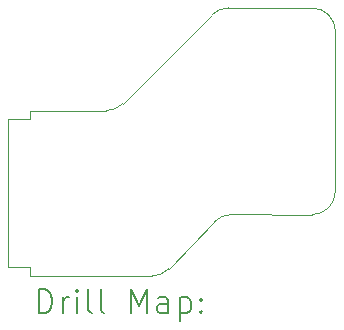
<source format=gbr>
%TF.GenerationSoftware,KiCad,Pcbnew,9.0.3*%
%TF.CreationDate,2025-08-12T01:43:41+03:00*%
%TF.ProjectId,EVF_extender,4556465f-6578-4746-956e-6465722e6b69,rev?*%
%TF.SameCoordinates,Original*%
%TF.FileFunction,Drillmap*%
%TF.FilePolarity,Positive*%
%FSLAX45Y45*%
G04 Gerber Fmt 4.5, Leading zero omitted, Abs format (unit mm)*
G04 Created by KiCad (PCBNEW 9.0.3) date 2025-08-12 01:43:41*
%MOMM*%
%LPD*%
G01*
G04 APERTURE LIST*
%ADD10C,0.050000*%
%ADD11C,0.200000*%
G04 APERTURE END LIST*
D10*
X16006000Y-8481378D02*
X16006000Y-7130000D01*
X13620000Y-9200000D02*
X14450324Y-9200000D01*
X14593934Y-9139199D02*
G75*
G02*
X14450324Y-9200002I-143604J139179D01*
G01*
X16006000Y-8481378D02*
G75*
G02*
X15805379Y-8681379I-200000J-2D01*
G01*
X14980811Y-8740064D02*
G75*
G02*
X15125042Y-8679264I143609J-139196D01*
G01*
X15806000Y-6930000D02*
G75*
G02*
X16006000Y-7130000I0J-200000D01*
G01*
X15806000Y-6930000D02*
X15099703Y-6930000D01*
X15125042Y-8679264D02*
X15805379Y-8681377D01*
X14204407Y-7740660D02*
G75*
G02*
X14063447Y-7799153I-141337J141510D01*
G01*
X14958450Y-6988410D02*
G75*
G02*
X15099703Y-6929998I141260J-141600D01*
G01*
X14204407Y-7740660D02*
X14958450Y-6988410D01*
X14593934Y-9139199D02*
X14980811Y-8740064D01*
X13620000Y-7800000D02*
X14063447Y-7799157D01*
X13237500Y-7875000D02*
X13237500Y-9125000D01*
X13237500Y-7875000D02*
X13420000Y-7875000D01*
X13237500Y-9125000D02*
X13420000Y-9125000D01*
X13420000Y-7800000D02*
X13620000Y-7800000D01*
X13420000Y-7875000D02*
X13420000Y-7800000D01*
X13420000Y-9125000D02*
X13420000Y-9200000D01*
X13420000Y-9200000D02*
X13620000Y-9200000D01*
D11*
X13495777Y-9513986D02*
X13495777Y-9313986D01*
X13495777Y-9313986D02*
X13543396Y-9313986D01*
X13543396Y-9313986D02*
X13571967Y-9323510D01*
X13571967Y-9323510D02*
X13591015Y-9342557D01*
X13591015Y-9342557D02*
X13600539Y-9361605D01*
X13600539Y-9361605D02*
X13610062Y-9399700D01*
X13610062Y-9399700D02*
X13610062Y-9428272D01*
X13610062Y-9428272D02*
X13600539Y-9466367D01*
X13600539Y-9466367D02*
X13591015Y-9485414D01*
X13591015Y-9485414D02*
X13571967Y-9504462D01*
X13571967Y-9504462D02*
X13543396Y-9513986D01*
X13543396Y-9513986D02*
X13495777Y-9513986D01*
X13695777Y-9513986D02*
X13695777Y-9380653D01*
X13695777Y-9418748D02*
X13705301Y-9399700D01*
X13705301Y-9399700D02*
X13714824Y-9390176D01*
X13714824Y-9390176D02*
X13733872Y-9380653D01*
X13733872Y-9380653D02*
X13752920Y-9380653D01*
X13819586Y-9513986D02*
X13819586Y-9380653D01*
X13819586Y-9313986D02*
X13810062Y-9323510D01*
X13810062Y-9323510D02*
X13819586Y-9333034D01*
X13819586Y-9333034D02*
X13829110Y-9323510D01*
X13829110Y-9323510D02*
X13819586Y-9313986D01*
X13819586Y-9313986D02*
X13819586Y-9333034D01*
X13943396Y-9513986D02*
X13924348Y-9504462D01*
X13924348Y-9504462D02*
X13914824Y-9485414D01*
X13914824Y-9485414D02*
X13914824Y-9313986D01*
X14048158Y-9513986D02*
X14029110Y-9504462D01*
X14029110Y-9504462D02*
X14019586Y-9485414D01*
X14019586Y-9485414D02*
X14019586Y-9313986D01*
X14276729Y-9513986D02*
X14276729Y-9313986D01*
X14276729Y-9313986D02*
X14343396Y-9456843D01*
X14343396Y-9456843D02*
X14410062Y-9313986D01*
X14410062Y-9313986D02*
X14410062Y-9513986D01*
X14591015Y-9513986D02*
X14591015Y-9409224D01*
X14591015Y-9409224D02*
X14581491Y-9390176D01*
X14581491Y-9390176D02*
X14562443Y-9380653D01*
X14562443Y-9380653D02*
X14524348Y-9380653D01*
X14524348Y-9380653D02*
X14505301Y-9390176D01*
X14591015Y-9504462D02*
X14571967Y-9513986D01*
X14571967Y-9513986D02*
X14524348Y-9513986D01*
X14524348Y-9513986D02*
X14505301Y-9504462D01*
X14505301Y-9504462D02*
X14495777Y-9485414D01*
X14495777Y-9485414D02*
X14495777Y-9466367D01*
X14495777Y-9466367D02*
X14505301Y-9447319D01*
X14505301Y-9447319D02*
X14524348Y-9437795D01*
X14524348Y-9437795D02*
X14571967Y-9437795D01*
X14571967Y-9437795D02*
X14591015Y-9428272D01*
X14686253Y-9380653D02*
X14686253Y-9580653D01*
X14686253Y-9390176D02*
X14705301Y-9380653D01*
X14705301Y-9380653D02*
X14743396Y-9380653D01*
X14743396Y-9380653D02*
X14762443Y-9390176D01*
X14762443Y-9390176D02*
X14771967Y-9399700D01*
X14771967Y-9399700D02*
X14781491Y-9418748D01*
X14781491Y-9418748D02*
X14781491Y-9475891D01*
X14781491Y-9475891D02*
X14771967Y-9494938D01*
X14771967Y-9494938D02*
X14762443Y-9504462D01*
X14762443Y-9504462D02*
X14743396Y-9513986D01*
X14743396Y-9513986D02*
X14705301Y-9513986D01*
X14705301Y-9513986D02*
X14686253Y-9504462D01*
X14867205Y-9494938D02*
X14876729Y-9504462D01*
X14876729Y-9504462D02*
X14867205Y-9513986D01*
X14867205Y-9513986D02*
X14857682Y-9504462D01*
X14857682Y-9504462D02*
X14867205Y-9494938D01*
X14867205Y-9494938D02*
X14867205Y-9513986D01*
X14867205Y-9390176D02*
X14876729Y-9399700D01*
X14876729Y-9399700D02*
X14867205Y-9409224D01*
X14867205Y-9409224D02*
X14857682Y-9399700D01*
X14857682Y-9399700D02*
X14867205Y-9390176D01*
X14867205Y-9390176D02*
X14867205Y-9409224D01*
M02*

</source>
